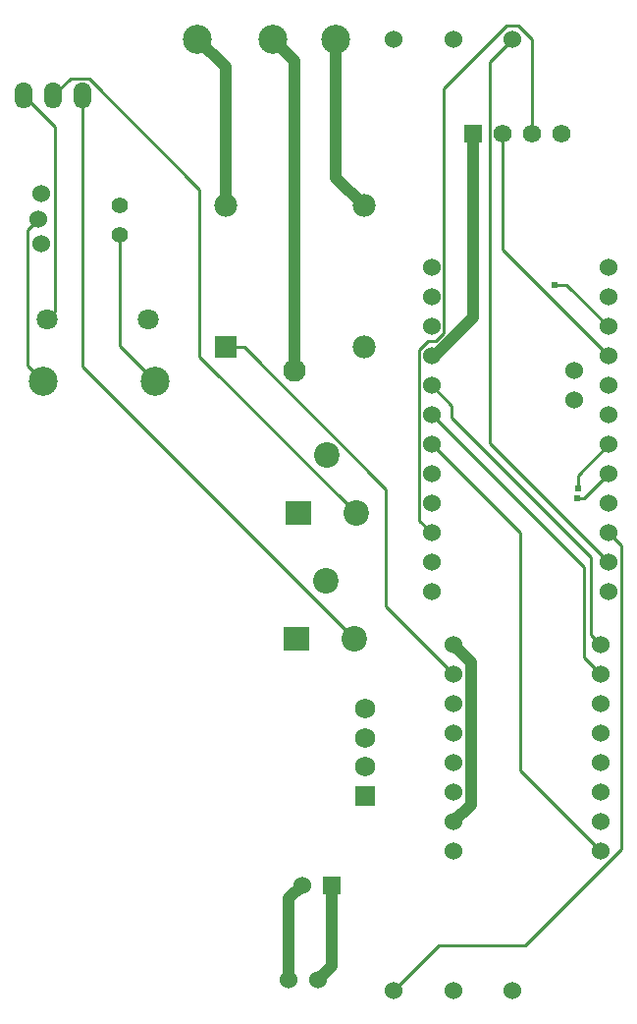
<source format=gbl>
G04 Layer: BottomLayer*
G04 EasyEDA v6.5.47, 2024-11-13 16:13:54*
G04 74c0bd91fdf74cf69fbd3cf6ffc820c0,28dbc4cd0de04f76b295d4d1f3f9c80b,10*
G04 Gerber Generator version 0.2*
G04 Scale: 100 percent, Rotated: No, Reflected: No *
G04 Dimensions in millimeters *
G04 leading zeros omitted , absolute positions ,4 integer and 5 decimal *
%FSLAX45Y45*%
%MOMM*%

%AMMACRO1*21,1,$1,$2,0,0,$3*%
%ADD10C,1.0000*%
%ADD11C,0.2540*%
%ADD12MACRO1,1.524X1.524X0.0000*%
%ADD13C,1.5240*%
%ADD14C,1.8000*%
%ADD15C,1.4000*%
%ADD16R,1.5748X1.5748*%
%ADD17C,1.5748*%
%ADD18R,1.7500X1.7500*%
%ADD19C,1.7500*%
%ADD20O,1.524X2.286*%
%ADD21R,1.9799X1.9799*%
%ADD22C,1.9799*%
%ADD23C,1.9350*%
%ADD24MACRO1,2.1996X2.1008X0.0000*%
%ADD25C,2.2000*%
%ADD26C,2.5000*%
%ADD27C,0.6100*%

%LPD*%
D10*
X5521403Y7163201D02*
G01*
X5521403Y8361776D01*
X5283202Y8599977D01*
X6121402Y5743188D02*
G01*
X6121402Y8409477D01*
X5930902Y8599977D01*
X6721401Y7163201D02*
G01*
X6477002Y7407600D01*
X6477002Y8599977D01*
D11*
X6638038Y3433135D02*
G01*
X4292602Y5778571D01*
X4292602Y8115294D01*
X8826502Y4851394D02*
G01*
X8618324Y4643216D01*
X8554290Y4643216D01*
X8826502Y4343394D02*
G01*
X8932699Y4237197D01*
X8932699Y1621556D01*
X8104228Y793084D01*
X7363056Y793084D01*
X6969965Y399994D01*
X4038602Y8115294D02*
G01*
X4183636Y8260328D01*
X4343986Y8260328D01*
X5299661Y7304653D01*
X5299661Y5863711D01*
X6650738Y4512635D01*
X8563282Y4725741D02*
G01*
X8563282Y4842174D01*
X8826502Y5105394D01*
X8359777Y6481643D02*
G01*
X8466254Y6481643D01*
X8826502Y6121394D01*
X5521403Y5943188D02*
G01*
X5683303Y5943188D01*
X6905678Y4720813D01*
X6905678Y3711519D01*
X7493002Y3124194D01*
X3784602Y8115294D02*
G01*
X4053283Y7846613D01*
X4053283Y6253576D01*
X3984602Y6184894D01*
X8826502Y5867394D02*
G01*
X7912102Y6781794D01*
X7912102Y7785094D01*
D10*
X6438902Y1308094D02*
G01*
X6438902Y609594D01*
X6324602Y495294D01*
D11*
X8826502Y4089394D02*
G01*
X7799377Y5116520D01*
X7799377Y8399368D01*
X7999986Y8599977D01*
X8763002Y1600194D02*
G01*
X8064527Y2298669D01*
X8064527Y4343369D01*
X7302502Y5105394D01*
X4914902Y5651494D02*
G01*
X4610102Y5956294D01*
X4610102Y6908794D01*
D10*
X6184902Y1308094D02*
G01*
X6070602Y1193794D01*
X6070602Y495294D01*
X7493002Y3378194D02*
G01*
X7644615Y3226582D01*
X7644615Y2005807D01*
X7493002Y1854194D01*
X7302502Y5867394D02*
G01*
X7326810Y5867394D01*
X7658102Y6198687D01*
X7658102Y7785094D01*
D11*
X7302502Y5359394D02*
G01*
X8613294Y4048602D01*
X8613294Y3273902D01*
X8763002Y3124194D01*
X7302502Y5613394D02*
G01*
X7474409Y5441487D01*
X7474409Y5334833D01*
X8673772Y4135470D01*
X8673772Y3467425D01*
X8763002Y3378194D01*
X3911602Y7048494D02*
G01*
X3815031Y6951924D01*
X3815031Y5786165D01*
X3949702Y5651494D01*
X7302502Y4343394D02*
G01*
X7195847Y4450049D01*
X7195847Y5919922D01*
X7270320Y5994394D01*
X7338570Y5994394D01*
X7406794Y6062619D01*
X7406794Y8174680D01*
X7946773Y8714658D01*
X8046366Y8714658D01*
X8166102Y8594923D01*
X8166102Y7785094D01*
D12*
G01*
X6438900Y1308100D03*
D13*
G01*
X6184900Y1308092D03*
G01*
X6324600Y495292D03*
G01*
X6070600Y495292D03*
D14*
G01*
X3984599Y6184892D03*
G01*
X4854600Y6184892D03*
D15*
G01*
X4610100Y7162792D03*
G01*
X4610100Y6908792D03*
D16*
G01*
X7658100Y7785092D03*
D17*
G01*
X7912100Y7785092D03*
G01*
X8166100Y7785092D03*
G01*
X8420100Y7785092D03*
D18*
G01*
X6731000Y2078093D03*
D19*
G01*
X6731000Y2328105D03*
G01*
X6731000Y2578092D03*
G01*
X6731000Y2828104D03*
D20*
G01*
X3784600Y8115292D03*
G01*
X4038600Y8115292D03*
G01*
X4292600Y8115292D03*
D21*
G01*
X5521401Y5943185D03*
D22*
G01*
X6721398Y5943185D03*
D23*
G01*
X6121400Y5743186D03*
D22*
G01*
X5521401Y7163198D03*
G01*
X6721398Y7163198D03*
D24*
G01*
X6138163Y3433013D03*
D25*
G01*
X6638036Y3433132D03*
G01*
X6388100Y3933004D03*
D24*
G01*
X6150863Y4512513D03*
D25*
G01*
X6650736Y4512632D03*
G01*
X6400800Y5012504D03*
D26*
G01*
X3949700Y5651492D03*
G01*
X4914900Y5651492D03*
D13*
G01*
X6969963Y8599975D03*
G01*
X7484973Y8599975D03*
G01*
X7999984Y8599975D03*
G01*
X6969963Y399991D03*
G01*
X7484973Y399991D03*
G01*
X7999984Y399991D03*
G01*
X3911600Y7048492D03*
G01*
X3937000Y7264392D03*
G01*
X3937000Y6832592D03*
G01*
X8826500Y4851392D03*
G01*
X8826500Y5105392D03*
G01*
X8826500Y5359392D03*
G01*
X8826500Y5613392D03*
G01*
X8526500Y5486392D03*
G01*
X8526500Y5740392D03*
G01*
X7302500Y5613392D03*
G01*
X7302500Y5359392D03*
G01*
X7302500Y5105392D03*
G01*
X7302500Y4851392D03*
G01*
X7302500Y4597392D03*
G01*
X7302500Y4343392D03*
G01*
X7302500Y4089392D03*
G01*
X7302500Y3835392D03*
G01*
X8826500Y3835392D03*
G01*
X8826500Y4089392D03*
G01*
X8826500Y4343392D03*
G01*
X8826500Y4597392D03*
G01*
X7302500Y5867392D03*
G01*
X8826500Y6375392D03*
G01*
X8826500Y6629392D03*
G01*
X8826500Y6121392D03*
G01*
X7302500Y6121392D03*
G01*
X7302500Y6375392D03*
G01*
X7302500Y6629392D03*
G01*
X8826500Y5867392D03*
G01*
X7493000Y2108192D03*
G01*
X7493000Y1854192D03*
G01*
X7493000Y1600192D03*
G01*
X7493000Y2362192D03*
G01*
X7493000Y2616192D03*
G01*
X7493000Y2870192D03*
G01*
X7493000Y3124192D03*
G01*
X7493000Y3378192D03*
G01*
X8763000Y3378192D03*
G01*
X8763000Y3124192D03*
G01*
X8763000Y2870192D03*
G01*
X8763000Y2616192D03*
G01*
X8763000Y2362192D03*
G01*
X8763000Y2108192D03*
G01*
X8763000Y1854192D03*
G01*
X8763000Y1600192D03*
D26*
G01*
X5283200Y8599975D03*
G01*
X5930900Y8599975D03*
G01*
X6477000Y8599975D03*
D27*
G01*
X8554288Y4643213D03*
G01*
X8563279Y4725738D03*
G01*
X8359775Y6481640D03*
M02*

</source>
